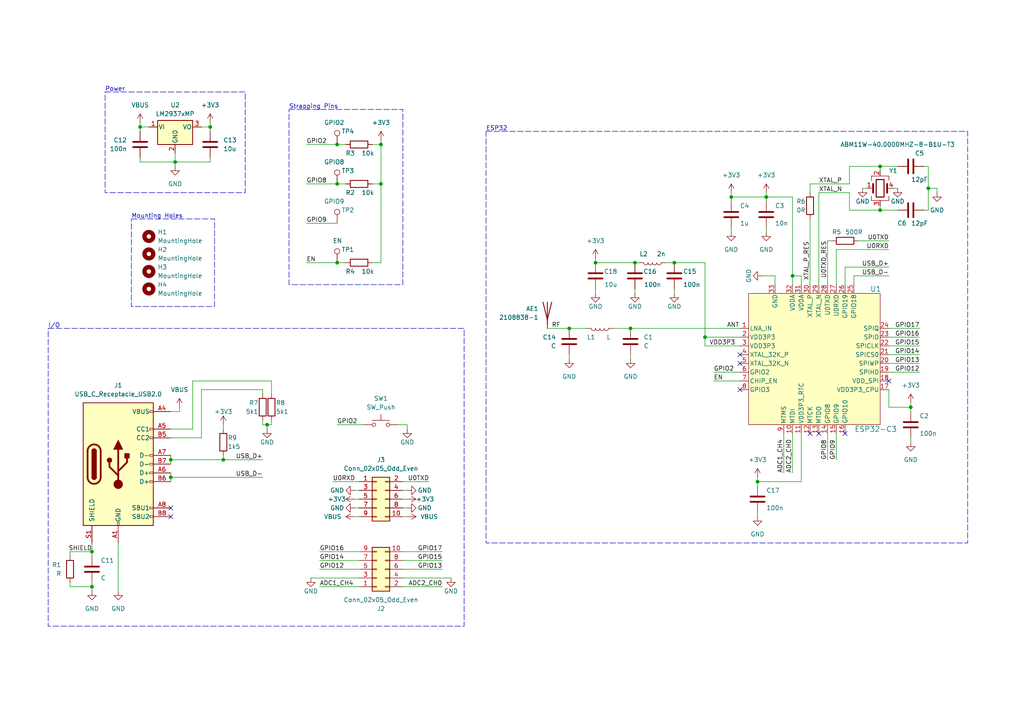
<source format=kicad_sch>
(kicad_sch (version 20230121) (generator eeschema)
  (paper "A4")
  (lib_symbols
    (symbol "Connector:TestPoint" (pin_numbers hide) (pin_names (offset 0.762) hide)
      (property "Reference" "TP" (at 0 6.858 0))
      (property "Value" "TestPoint" (at 0 5.08 0))
      (symbol "TestPoint_0_1"
        (circle (center 0 3.302) (radius 0.762))
      )
      (symbol "TestPoint_1_1"
        (pin passive line (at 0 0 90) (length 2.54) (name "1") (number "1"))
      )
    )
    (symbol "Connector:USB_C_Receptacle_USB2.0" (pin_names (offset 1.016))
      (property "Reference" "J" (at -10.16 19.05 0))
      (property "Value" "USB_C_Receptacle_USB2.0" (at 19.05 19.05 0))
      (symbol "USB_C_Receptacle_USB2.0_0_0"
        (rectangle (start -0.254 -17.78) (end 0.254 -16.764))
        (rectangle (start 10.16 -14.986) (end 9.144 -15.494))
        (rectangle (start 10.16 -12.446) (end 9.144 -12.954))
        (rectangle (start 10.16 -4.826) (end 9.144 -5.334))
        (rectangle (start 10.16 -2.286) (end 9.144 -2.794))
        (rectangle (start 10.16 0.254) (end 9.144 -0.254))
        (rectangle (start 10.16 2.794) (end 9.144 2.286))
        (rectangle (start 10.16 7.874) (end 9.144 7.366))
        (rectangle (start 10.16 10.414) (end 9.144 9.906))
        (rectangle (start 10.16 15.494) (end 9.144 14.986))
      )
      (symbol "USB_C_Receptacle_USB2.0_0_1"
        (rectangle (start -10.16 17.78) (end 10.16 -17.78) (stroke (width 0.254)) (fill (type background)))
        (arc (start -8.89 -3.81) (mid -6.985 -5.7067) (end -5.08 -3.81) (stroke (width 0.508)))
        (arc (start -7.62 -3.81) (mid -6.985 -4.4423) (end -6.35 -3.81) (stroke (width 0.254)))
        (arc (start -7.62 -3.81) (mid -6.985 -4.4423) (end -6.35 -3.81) (stroke (width 0.254)) (fill (type outline)))
        (rectangle (start -7.62 -3.81) (end -6.35 3.81) (stroke (width 0.254)) (fill (type outline)))
        (arc (start -6.35 3.81) (mid -6.985 4.4423) (end -7.62 3.81) (stroke (width 0.254)))
        (arc (start -6.35 3.81) (mid -6.985 4.4423) (end -7.62 3.81) (stroke (width 0.254)) (fill (type outline)))
        (arc (start -5.08 3.81) (mid -6.985 5.7067) (end -8.89 3.81) (stroke (width 0.508)))
        (circle (center -2.54 1.143) (radius 0.635) (stroke (width 0.254)) (fill (type outline)))
        (circle (center 0 -5.842) (radius 1.27) (fill (type outline)))
        (polyline (pts (xy -8.89 -3.81) (xy -8.89 3.81)) (stroke (width 0.508)))
        (polyline (pts (xy -5.08 3.81) (xy -5.08 -3.81)) (stroke (width 0.508)))
        (polyline (pts (xy 0 -5.842) (xy 0 4.318)) (stroke (width 0.508)))
        (polyline (pts (xy 0 -3.302) (xy -2.54 -0.762) (xy -2.54 0.508)) (stroke (width 0.508)))
        (polyline (pts (xy 0 -2.032) (xy 2.54 0.508) (xy 2.54 1.778)) (stroke (width 0.508)))
        (polyline (pts (xy -1.27 4.318) (xy 0 6.858) (xy 1.27 4.318) (xy -1.27 4.318)) (stroke (width 0.254)) (fill (type outline)))
        (rectangle (start 1.905 1.778) (end 3.175 3.048) (stroke (width 0.254)) (fill (type outline)))
      )
      (symbol "USB_C_Receptacle_USB2.0_1_1"
        (pin passive line (at 0 -22.86 90) (length 5.08) (name "GND") (number "A1"))
        (pin passive line (at 0 -22.86 90) (length 5.08) hide (name "GND") (number "A12"))
        (pin passive line (at 15.24 15.24 180) (length 5.08) (name "VBUS") (number "A4"))
        (pin bidirectional line (at 15.24 10.16 180) (length 5.08) (name "CC1") (number "A5"))
        (pin bidirectional line (at 15.24 -2.54 180) (length 5.08) (name "D+") (number "A6"))
        (pin bidirectional line (at 15.24 2.54 180) (length 5.08) (name "D-") (number "A7"))
        (pin bidirectional line (at 15.24 -12.7 180) (length 5.08) (name "SBU1") (number "A8"))
        (pin passive line (at 15.24 15.24 180) (length 5.08) hide (name "VBUS") (number "A9"))
        (pin passive line (at 0 -22.86 90) (length 5.08) hide (name "GND") (number "B1"))
        (pin passive line (at 0 -22.86 90) (length 5.08) hide (name "GND") (number "B12"))
        (pin passive line (at 15.24 15.24 180) (length 5.08) hide (name "VBUS") (number "B4"))
        (pin bidirectional line (at 15.24 7.62 180) (length 5.08) (name "CC2") (number "B5"))
        (pin bidirectional line (at 15.24 -5.08 180) (length 5.08) (name "D+") (number "B6"))
        (pin bidirectional line (at 15.24 0 180) (length 5.08) (name "D-") (number "B7"))
        (pin bidirectional line (at 15.24 -15.24 180) (length 5.08) (name "SBU2") (number "B8"))
        (pin passive line (at 15.24 15.24 180) (length 5.08) hide (name "VBUS") (number "B9"))
        (pin passive line (at -7.62 -22.86 90) (length 5.08) (name "SHIELD") (number "S1"))
      )
    )
    (symbol "Connector_Generic:Conn_02x05_Odd_Even" (pin_names (offset 1.016) hide)
      (property "Reference" "J" (at 1.27 7.62 0))
      (property "Value" "Conn_02x05_Odd_Even" (at 1.27 -7.62 0))
      (symbol "Conn_02x05_Odd_Even_1_1"
        (rectangle (start -1.27 -4.953) (end 0 -5.207) (stroke (width 0.1524)))
        (rectangle (start -1.27 -2.413) (end 0 -2.667) (stroke (width 0.1524)))
        (rectangle (start -1.27 0.127) (end 0 -0.127) (stroke (width 0.1524)))
        (rectangle (start -1.27 2.667) (end 0 2.413) (stroke (width 0.1524)))
        (rectangle (start -1.27 5.207) (end 0 4.953) (stroke (width 0.1524)))
        (rectangle (start -1.27 6.35) (end 3.81 -6.35) (stroke (width 0.254)) (fill (type background)))
        (rectangle (start 3.81 -4.953) (end 2.54 -5.207) (stroke (width 0.1524)))
        (rectangle (start 3.81 -2.413) (end 2.54 -2.667) (stroke (width 0.1524)))
        (rectangle (start 3.81 0.127) (end 2.54 -0.127) (stroke (width 0.1524)))
        (rectangle (start 3.81 2.667) (end 2.54 2.413) (stroke (width 0.1524)))
        (rectangle (start 3.81 5.207) (end 2.54 4.953) (stroke (width 0.1524)))
        (pin passive line (at -5.08 5.08 0) (length 3.81) (name "Pin_1") (number "1"))
        (pin passive line (at 7.62 -5.08 180) (length 3.81) (name "Pin_10") (number "10"))
        (pin passive line (at 7.62 5.08 180) (length 3.81) (name "Pin_2") (number "2"))
        (pin passive line (at -5.08 2.54 0) (length 3.81) (name "Pin_3") (number "3"))
        (pin passive line (at 7.62 2.54 180) (length 3.81) (name "Pin_4") (number "4"))
        (pin passive line (at -5.08 0 0) (length 3.81) (name "Pin_5") (number "5"))
        (pin passive line (at 7.62 0 180) (length 3.81) (name "Pin_6") (number "6"))
        (pin passive line (at -5.08 -2.54 0) (length 3.81) (name "Pin_7") (number "7"))
        (pin passive line (at 7.62 -2.54 180) (length 3.81) (name "Pin_8") (number "8"))
        (pin passive line (at -5.08 -5.08 0) (length 3.81) (name "Pin_9") (number "9"))
      )
    )
    (symbol "Device:Antenna" (pin_numbers hide) (pin_names (offset 1.016) hide)
      (property "Reference" "AE" (at -1.905 1.905 0))
      (property "Value" "Antenna" (at -1.905 0 0))
      (symbol "Antenna_0_1"
        (polyline (pts (xy 0 2.54) (xy 0 -3.81)) (stroke (width 0.254)))
        (polyline (pts (xy 1.27 2.54) (xy 0 -2.54) (xy -1.27 2.54)) (stroke (width 0.254)))
      )
      (symbol "Antenna_1_1"
        (pin input line (at 0 -5.08 90) (length 2.54) (name "A") (number "1"))
      )
    )
    (symbol "Device:C" (pin_numbers hide) (pin_names (offset 0.254))
      (property "Reference" "C" (at 0.635 2.54 0))
      (property "Value" "C" (at 0.635 -2.54 0))
      (symbol "C_0_1"
        (polyline (pts (xy -2.032 -0.762) (xy 2.032 -0.762)) (stroke (width 0.508)))
        (polyline (pts (xy -2.032 0.762) (xy 2.032 0.762)) (stroke (width 0.508)))
      )
      (symbol "C_1_1"
        (pin passive line (at 0 3.81 270) (length 2.794) (name "~") (number "1"))
        (pin passive line (at 0 -3.81 90) (length 2.794) (name "~") (number "2"))
      )
    )
    (symbol "Device:Crystal_GND23" (pin_names (offset 1.016) hide)
      (property "Reference" "Y" (at 3.175 5.08 0))
      (property "Value" "Crystal_GND23" (at 3.175 3.175 0))
      (symbol "Crystal_GND23_0_1"
        (rectangle (start -1.143 2.54) (end 1.143 -2.54) (stroke (width 0.3048)))
        (polyline (pts (xy -2.54 0) (xy -2.032 0)))
        (polyline (pts (xy -2.032 -1.27) (xy -2.032 1.27)) (stroke (width 0.508)))
        (polyline (pts (xy 0 -3.81) (xy 0 -3.556)))
        (polyline (pts (xy 0 3.556) (xy 0 3.81)))
        (polyline (pts (xy 2.032 -1.27) (xy 2.032 1.27)) (stroke (width 0.508)))
        (polyline (pts (xy 2.032 0) (xy 2.54 0)))
        (polyline (pts (xy -2.54 -2.286) (xy -2.54 -3.556) (xy 2.54 -3.556) (xy 2.54 -2.286)))
        (polyline (pts (xy -2.54 2.286) (xy -2.54 3.556) (xy 2.54 3.556) (xy 2.54 2.286)))
      )
      (symbol "Crystal_GND23_1_1"
        (pin passive line (at -3.81 0 0) (length 1.27) (name "1") (number "1"))
        (pin passive line (at 0 5.08 270) (length 1.27) (name "2") (number "2"))
        (pin passive line (at 0 -5.08 90) (length 1.27) (name "3") (number "3"))
        (pin passive line (at 3.81 0 180) (length 1.27) (name "4") (number "4"))
      )
    )
    (symbol "Device:L" (pin_numbers hide) (pin_names (offset 1.016) hide)
      (property "Reference" "L" (at -1.27 0 90))
      (property "Value" "L" (at 1.905 0 90))
      (symbol "L_0_1"
        (arc (start 0 -2.54) (mid 0.6323 -1.905) (end 0 -1.27))
        (arc (start 0 -1.27) (mid 0.6323 -0.635) (end 0 0))
        (arc (start 0 0) (mid 0.6323 0.635) (end 0 1.27))
        (arc (start 0 1.27) (mid 0.6323 1.905) (end 0 2.54))
      )
      (symbol "L_1_1"
        (pin passive line (at 0 3.81 270) (length 1.27) (name "1") (number "1"))
        (pin passive line (at 0 -3.81 90) (length 1.27) (name "2") (number "2"))
      )
    )
    (symbol "Device:R" (pin_numbers hide) (pin_names (offset 0))
      (property "Reference" "R" (at 2.032 0 90))
      (property "Value" "R" (at 0 0 90))
      (symbol "R_0_1"
        (rectangle (start -1.016 -2.54) (end 1.016 2.54) (stroke (width 0.254)))
      )
      (symbol "R_1_1"
        (pin passive line (at 0 3.81 270) (length 1.27) (name "~") (number "1"))
        (pin passive line (at 0 -3.81 90) (length 1.27) (name "~") (number "2"))
      )
    )
    (symbol "Mechanical:MountingHole" (pin_names (offset 1.016))
      (property "Reference" "H" (at 0 5.08 0))
      (property "Value" "MountingHole" (at 0 3.175 0))
      (symbol "MountingHole_0_1"
        (circle (center 0 0) (radius 1.27) (stroke (width 1.27)))
      )
    )
    (symbol "Regulator_Linear:LM2937xMP" (pin_names (offset 0.254))
      (property "Reference" "U" (at -3.81 3.175 0))
      (property "Value" "LM2937xMP" (at 0 3.175 0))
      (symbol "LM2937xMP_0_1"
        (rectangle (start -5.08 -5.08) (end 5.08 1.905) (stroke (width 0.254)) (fill (type background)))
      )
      (symbol "LM2937xMP_1_1"
        (pin power_in line (at -7.62 0 0) (length 2.54) (name "VI") (number "1"))
        (pin power_in line (at 0 -7.62 90) (length 2.54) (name "GND") (number "2"))
        (pin power_out line (at 7.62 0 180) (length 2.54) (name "VO") (number "3"))
      )
    )
    (symbol "Switch:SW_Push" (pin_numbers hide) (pin_names (offset 1.016) hide)
      (property "Reference" "SW" (at 1.27 2.54 0))
      (property "Value" "SW_Push" (at 0 -1.524 0))
      (symbol "SW_Push_0_1"
        (circle (center -2.032 0) (radius 0.508))
        (polyline (pts (xy 0 1.27) (xy 0 3.048)))
        (polyline (pts (xy 2.54 1.27) (xy -2.54 1.27)))
        (circle (center 2.032 0) (radius 0.508))
        (pin passive line (at -5.08 0 0) (length 2.54) (name "1") (number "1"))
        (pin passive line (at 5.08 0 180) (length 2.54) (name "2") (number "2"))
      )
    )
    (symbol "encyclopedia_galactica:ESP32-C3" (pin_names (offset 0.254))
      (property "Reference" "U" (at 0 43.18 0))
      (property "Value" "ESP32-C3" (at 0 40.64 0))
      (symbol "ESP32-C3_0_1"
        (pin bidirectional line (at -21.59 8.89 0) (length 2.54) (name "LNA_IN") (number "1"))
        (pin bidirectional line (at -6.35 -21.59 90) (length 2.54) (name "MTDI") (number "10"))
        (pin power_in line (at -3.81 -21.59 90) (length 2.54) (name "VDD3P3_RTC") (number "11"))
        (pin bidirectional line (at -1.27 -21.59 90) (length 2.54) (name "MTCK") (number "12"))
        (pin bidirectional line (at 1.27 -21.59 90) (length 2.54) (name "MTDO") (number "13"))
        (pin bidirectional line (at 3.81 -21.59 90) (length 2.54) (name "GPIO8") (number "14"))
        (pin bidirectional line (at 6.35 -21.59 90) (length 2.54) (name "GPIO9") (number "15"))
        (pin bidirectional line (at 8.89 -21.59 90) (length 2.54) (name "GPIO10") (number "16"))
        (pin power_in line (at 21.59 -8.89 180) (length 2.54) (name "VDD3P3_CPU") (number "17"))
        (pin power_in line (at 21.59 -6.35 180) (length 2.54) (name "VDD_SPI") (number "18"))
        (pin bidirectional line (at 21.59 -3.81 180) (length 2.54) (name "SPIHD") (number "19"))
        (pin power_in line (at -21.59 6.35 0) (length 2.54) (name "VDD3P3") (number "2"))
        (pin bidirectional line (at 21.59 -1.27 180) (length 2.54) (name "SPIWP") (number "20"))
        (pin bidirectional line (at 21.59 1.27 180) (length 2.54) (name "SPICS0") (number "21"))
        (pin bidirectional line (at 21.59 3.81 180) (length 2.54) (name "SPICLK") (number "22"))
        (pin bidirectional line (at 21.59 6.35 180) (length 2.54) (name "SPID") (number "23"))
        (pin bidirectional line (at 21.59 8.89 180) (length 2.54) (name "SPIQ") (number "24"))
        (pin bidirectional line (at 11.43 21.59 270) (length 2.54) (name "GPIO18") (number "25"))
        (pin bidirectional line (at 8.89 21.59 270) (length 2.54) (name "GPIO19") (number "26"))
        (pin bidirectional line (at 6.35 21.59 270) (length 2.54) (name "U0RXD") (number "27"))
        (pin bidirectional line (at 3.81 21.59 270) (length 2.54) (name "U0TXD") (number "28"))
        (pin output line (at 1.27 21.59 270) (length 2.54) (name "XTAL_N") (number "29"))
        (pin power_in line (at -21.59 3.81 0) (length 2.54) (name "VDD3P3") (number "3"))
        (pin input line (at -1.27 21.59 270) (length 2.54) (name "XTAL_P") (number "30"))
        (pin power_in line (at -3.81 21.59 270) (length 2.54) (name "VDDA") (number "31"))
        (pin power_in line (at -6.35 21.59 270) (length 2.54) (name "VDDA") (number "32"))
        (pin power_out line (at -11.43 21.59 270) (length 2.54) (name "GND") (number "33"))
        (pin bidirectional line (at -21.59 1.27 0) (length 2.54) (name "XTAL_32K_P") (number "4"))
        (pin bidirectional line (at -21.59 -1.27 0) (length 2.54) (name "XTAL_32K_N") (number "5"))
        (pin bidirectional line (at -21.59 -3.81 0) (length 2.54) (name "GPIO2") (number "6"))
        (pin input line (at -21.59 -6.35 0) (length 2.54) (name "CHIP_EN") (number "7"))
        (pin bidirectional line (at -21.59 -8.89 0) (length 2.54) (name "GPIO3") (number "8"))
        (pin bidirectional line (at -8.89 -21.59 90) (length 2.54) (name "MTMS") (number "9"))
      )
      (symbol "ESP32-C3_1_1"
        (rectangle (start -19.05 19.05) (end 19.05 -19.05) (fill (type background)))
      )
    )
    (symbol "power:+3V3" (power) (pin_names (offset 0))
      (property "Value" "+3V3" (at 0 3.556 0))
      (symbol "+3V3_0_1"
        (polyline (pts (xy -0.762 1.27) (xy 0 2.54)))
        (polyline (pts (xy 0 0) (xy 0 2.54)))
        (polyline (pts (xy 0 2.54) (xy 0.762 1.27)))
      )
      (symbol "+3V3_1_1"
        (pin power_in line (at 0 0 90) (length 0) hide (name "+3V3") (number "1"))
      )
    )
    (symbol "power:GND" (power) (pin_names (offset 0))
      (property "Value" "GND" (at 0 -3.81 0))
      (symbol "GND_0_1"
        (polyline (pts (xy 0 0) (xy 0 -1.27) (xy 1.27 -1.27) (xy 0 -2.54) (xy -1.27 -1.27) (xy 0 -1.27)))
      )
      (symbol "GND_1_1"
        (pin power_in line (at 0 0 270) (length 0) hide (name "GND") (number "1"))
      )
    )
    (symbol "power:VBUS" (power) (pin_names (offset 0))
      (property "Value" "VBUS" (at 0 3.81 0))
      (symbol "VBUS_0_1"
        (polyline (pts (xy -0.762 1.27) (xy 0 2.54)))
        (polyline (pts (xy 0 0) (xy 0 2.54)))
        (polyline (pts (xy 0 2.54) (xy 0.762 1.27)))
      )
      (symbol "VBUS_1_1"
        (pin power_in line (at 0 0 90) (length 0) hide (name "VBUS") (number "1"))
      )
    )
  )
  (junction (at 50.8 46.99))
  (junction (at 182.88 95.25))
  (junction (at 229.87 80.01))
  (junction (at 172.72 76.2))
  (junction (at 97.79 53.34))
  (junction (at 110.49 41.91))
  (junction (at 212.09 57.15))
  (junction (at 184.15 76.2))
  (junction (at 26.67 160.02))
  (junction (at 219.71 139.7))
  (junction (at 222.25 57.15))
  (junction (at 77.47 123.19))
  (junction (at 97.79 41.91))
  (junction (at 64.77 133.35))
  (junction (at 49.53 138.43))
  (junction (at 97.79 76.2))
  (junction (at 195.58 76.2))
  (junction (at 264.16 118.11))
  (junction (at 269.24 54.61))
  (junction (at 110.49 53.34))
  (junction (at 40.64 36.83))
  (junction (at 255.27 48.26))
  (junction (at 26.67 170.18))
  (junction (at 204.47 97.79))
  (junction (at 49.53 133.35))
  (junction (at 165.1 95.25))
  (junction (at 255.27 60.96))
  (junction (at 60.96 36.83))
  (no_connect (at 245.11 125.73))
  (no_connect (at 214.63 113.03))
  (no_connect (at 214.63 102.87))
  (no_connect (at 49.53 147.32))
  (no_connect (at 234.95 125.73))
  (no_connect (at 257.81 110.49))
  (no_connect (at 49.53 149.86))
  (no_connect (at 237.49 125.73))
  (no_connect (at 214.63 105.41))
  (wire (pts (xy 49.53 133.35) (xy 64.77 133.35)))
  (wire (pts (xy 49.53 137.16) (xy 49.53 138.43)))
  (wire (pts (xy 257.81 95.25) (xy 266.7 95.25)))
  (wire (pts (xy 240.03 69.85) (xy 240.03 82.55)))
  (wire (pts (xy 97.79 41.91) (xy 88.9 41.91)))
  (wire (pts (xy 207.01 107.95) (xy 214.63 107.95)))
  (wire (pts (xy 49.53 138.43) (xy 76.2 138.43)))
  (wire (pts (xy 271.78 54.61) (xy 269.24 54.61)))
  (wire (pts (xy 20.32 161.29) (xy 20.32 160.02)))
  (wire (pts (xy 124.46 139.7) (xy 116.84 139.7)))
  (wire (pts (xy 222.25 66.04) (xy 222.25 67.31)))
  (wire (pts (xy 257.81 100.33) (xy 266.7 100.33)))
  (wire (pts (xy 172.72 76.2) (xy 184.15 76.2)))
  (wire (pts (xy 115.57 123.19) (xy 118.11 123.19)))
  (wire (pts (xy 26.67 157.48) (xy 26.67 160.02)))
  (wire (pts (xy 234.95 53.34) (xy 246.38 53.34)))
  (wire (pts (xy 257.81 97.79) (xy 266.7 97.79)))
  (wire (pts (xy 100.33 41.91) (xy 97.79 41.91)))
  (wire (pts (xy 49.53 132.08) (xy 49.53 133.35)))
  (wire (pts (xy 257.81 72.39) (xy 242.57 72.39)))
  (wire (pts (xy 229.87 57.15) (xy 229.87 80.01)))
  (wire (pts (xy 255.27 48.26) (xy 255.27 49.53)))
  (wire (pts (xy 257.81 118.11) (xy 257.81 113.03)))
  (wire (pts (xy 246.38 60.96) (xy 246.38 55.88)))
  (wire (pts (xy 245.11 77.47) (xy 245.11 82.55)))
  (wire (pts (xy 116.84 162.56) (xy 128.27 162.56)))
  (wire (pts (xy 34.29 157.48) (xy 34.29 171.45)))
  (wire (pts (xy 52.07 119.38) (xy 52.07 118.11)))
  (wire (pts (xy 49.53 138.43) (xy 49.53 139.7)))
  (wire (pts (xy 49.53 124.46) (xy 55.88 124.46)))
  (wire (pts (xy 251.46 54.61) (xy 250.19 54.61)))
  (wire (pts (xy 184.15 83.82) (xy 184.15 85.09)))
  (wire (pts (xy 237.49 55.88) (xy 237.49 82.55)))
  (wire (pts (xy 96.52 139.7) (xy 104.14 139.7)))
  (wire (pts (xy 78.74 121.92) (xy 78.74 123.19)))
  (wire (pts (xy 102.87 144.78) (xy 104.14 144.78)))
  (wire (pts (xy 64.77 132.08) (xy 64.77 133.35)))
  (wire (pts (xy 182.88 95.25) (xy 214.63 95.25)))
  (wire (pts (xy 76.2 113.03) (xy 76.2 114.3)))
  (wire (pts (xy 219.71 139.7) (xy 219.71 138.43)))
  (wire (pts (xy 116.84 165.1) (xy 128.27 165.1)))
  (wire (pts (xy 26.67 170.18) (xy 26.67 168.91)))
  (wire (pts (xy 264.16 116.84) (xy 264.16 118.11)))
  (wire (pts (xy 116.84 170.18) (xy 128.27 170.18)))
  (wire (pts (xy 172.72 83.82) (xy 172.72 85.09)))
  (wire (pts (xy 247.65 80.01) (xy 257.81 80.01)))
  (wire (pts (xy 60.96 45.72) (xy 60.96 46.99)))
  (wire (pts (xy 50.8 46.99) (xy 50.8 44.45)))
  (wire (pts (xy 64.77 133.35) (xy 76.2 133.35)))
  (wire (pts (xy 97.79 53.34) (xy 88.9 53.34)))
  (wire (pts (xy 229.87 125.73) (xy 229.87 137.16)))
  (wire (pts (xy 257.81 118.11) (xy 264.16 118.11)))
  (wire (pts (xy 212.09 55.88) (xy 212.09 57.15)))
  (wire (pts (xy 97.79 64.77) (xy 88.9 64.77)))
  (wire (pts (xy 229.87 80.01) (xy 232.41 80.01)))
  (wire (pts (xy 246.38 48.26) (xy 246.38 53.34)))
  (wire (pts (xy 237.49 55.88) (xy 246.38 55.88)))
  (wire (pts (xy 195.58 83.82) (xy 195.58 85.09)))
  (wire (pts (xy 102.87 149.86) (xy 104.14 149.86)))
  (wire (pts (xy 165.1 95.25) (xy 170.18 95.25)))
  (wire (pts (xy 260.35 60.96) (xy 255.27 60.96)))
  (wire (pts (xy 118.11 123.19) (xy 118.11 124.46)))
  (wire (pts (xy 110.49 76.2) (xy 107.95 76.2)))
  (wire (pts (xy 267.97 60.96) (xy 269.24 60.96)))
  (wire (pts (xy 207.01 110.49) (xy 214.63 110.49)))
  (wire (pts (xy 92.71 160.02) (xy 104.14 160.02)))
  (wire (pts (xy 116.84 149.86) (xy 118.11 149.86)))
  (wire (pts (xy 90.17 167.64) (xy 104.14 167.64)))
  (wire (pts (xy 234.95 63.5) (xy 234.95 82.55)))
  (wire (pts (xy 264.16 127) (xy 264.16 128.27)))
  (wire (pts (xy 97.79 123.19) (xy 105.41 123.19)))
  (wire (pts (xy 204.47 76.2) (xy 195.58 76.2)))
  (wire (pts (xy 97.79 76.2) (xy 88.9 76.2)))
  (wire (pts (xy 247.65 80.01) (xy 247.65 82.55)))
  (wire (pts (xy 26.67 170.18) (xy 26.67 171.45)))
  (wire (pts (xy 269.24 48.26) (xy 267.97 48.26)))
  (wire (pts (xy 78.74 110.49) (xy 78.74 114.3)))
  (wire (pts (xy 64.77 123.19) (xy 64.77 124.46)))
  (wire (pts (xy 234.95 53.34) (xy 234.95 55.88)))
  (wire (pts (xy 102.87 147.32) (xy 104.14 147.32)))
  (wire (pts (xy 49.53 133.35) (xy 49.53 134.62)))
  (wire (pts (xy 77.47 123.19) (xy 77.47 124.46)))
  (wire (pts (xy 255.27 60.96) (xy 255.27 59.69)))
  (wire (pts (xy 227.33 125.73) (xy 227.33 137.16)))
  (wire (pts (xy 110.49 53.34) (xy 107.95 53.34)))
  (wire (pts (xy 212.09 57.15) (xy 222.25 57.15)))
  (wire (pts (xy 130.81 167.64) (xy 116.84 167.64)))
  (wire (pts (xy 193.04 76.2) (xy 195.58 76.2)))
  (wire (pts (xy 60.96 36.83) (xy 60.96 38.1)))
  (wire (pts (xy 242.57 125.73) (xy 242.57 133.35)))
  (wire (pts (xy 55.88 124.46) (xy 55.88 110.49)))
  (wire (pts (xy 219.71 139.7) (xy 232.41 139.7)))
  (wire (pts (xy 116.84 142.24) (xy 118.11 142.24)))
  (wire (pts (xy 40.64 46.99) (xy 50.8 46.99)))
  (wire (pts (xy 257.81 105.41) (xy 266.7 105.41)))
  (wire (pts (xy 219.71 148.59) (xy 219.71 149.86)))
  (wire (pts (xy 55.88 110.49) (xy 78.74 110.49)))
  (wire (pts (xy 177.8 95.25) (xy 182.88 95.25)))
  (wire (pts (xy 60.96 35.56) (xy 60.96 36.83)))
  (wire (pts (xy 182.88 102.87) (xy 182.88 104.14)))
  (wire (pts (xy 116.84 144.78) (xy 118.11 144.78)))
  (wire (pts (xy 97.79 53.34) (xy 100.33 53.34)))
  (wire (pts (xy 20.32 170.18) (xy 26.67 170.18)))
  (wire (pts (xy 248.92 69.85) (xy 257.81 69.85)))
  (wire (pts (xy 264.16 118.11) (xy 264.16 119.38)))
  (wire (pts (xy 240.03 125.73) (xy 240.03 133.35)))
  (wire (pts (xy 92.71 162.56) (xy 104.14 162.56)))
  (wire (pts (xy 58.42 36.83) (xy 60.96 36.83)))
  (wire (pts (xy 20.32 168.91) (xy 20.32 170.18)))
  (wire (pts (xy 116.84 160.02) (xy 128.27 160.02)))
  (wire (pts (xy 222.25 57.15) (xy 229.87 57.15)))
  (wire (pts (xy 102.87 142.24) (xy 104.14 142.24)))
  (wire (pts (xy 269.24 60.96) (xy 269.24 54.61)))
  (wire (pts (xy 20.32 160.02) (xy 26.67 160.02)))
  (wire (pts (xy 204.47 100.33) (xy 204.47 97.79)))
  (wire (pts (xy 110.49 41.91) (xy 110.49 53.34)))
  (wire (pts (xy 49.53 127) (xy 58.42 127)))
  (wire (pts (xy 184.15 76.2) (xy 185.42 76.2)))
  (wire (pts (xy 76.2 121.92) (xy 76.2 123.19)))
  (wire (pts (xy 40.64 35.56) (xy 40.64 36.83)))
  (wire (pts (xy 257.81 77.47) (xy 245.11 77.47)))
  (wire (pts (xy 165.1 102.87) (xy 165.1 104.14)))
  (wire (pts (xy 257.81 102.87) (xy 266.7 102.87)))
  (wire (pts (xy 269.24 54.61) (xy 269.24 48.26)))
  (wire (pts (xy 26.67 160.02) (xy 26.67 161.29)))
  (wire (pts (xy 49.53 119.38) (xy 52.07 119.38)))
  (wire (pts (xy 222.25 55.88) (xy 222.25 57.15)))
  (wire (pts (xy 110.49 40.64) (xy 110.49 41.91)))
  (wire (pts (xy 232.41 80.01) (xy 232.41 82.55)))
  (wire (pts (xy 50.8 46.99) (xy 50.8 48.26)))
  (wire (pts (xy 246.38 60.96) (xy 255.27 60.96)))
  (wire (pts (xy 212.09 66.04) (xy 212.09 67.31)))
  (wire (pts (xy 110.49 41.91) (xy 107.95 41.91)))
  (wire (pts (xy 229.87 80.01) (xy 229.87 82.55)))
  (wire (pts (xy 219.71 140.97) (xy 219.71 139.7)))
  (wire (pts (xy 77.47 123.19) (xy 78.74 123.19)))
  (wire (pts (xy 222.25 57.15) (xy 222.25 58.42)))
  (wire (pts (xy 255.27 48.26) (xy 246.38 48.26)))
  (wire (pts (xy 271.78 55.88) (xy 271.78 54.61)))
  (wire (pts (xy 92.71 165.1) (xy 104.14 165.1)))
  (wire (pts (xy 260.35 48.26) (xy 255.27 48.26)))
  (wire (pts (xy 257.81 107.95) (xy 266.7 107.95)))
  (wire (pts (xy 100.33 76.2) (xy 97.79 76.2)))
  (wire (pts (xy 110.49 53.34) (xy 110.49 76.2)))
  (wire (pts (xy 76.2 123.19) (xy 77.47 123.19)))
  (wire (pts (xy 204.47 97.79) (xy 204.47 76.2)))
  (wire (pts (xy 116.84 147.32) (xy 118.11 147.32)))
  (wire (pts (xy 158.75 95.25) (xy 165.1 95.25)))
  (wire (pts (xy 50.8 46.99) (xy 60.96 46.99)))
  (wire (pts (xy 40.64 36.83) (xy 40.64 38.1)))
  (wire (pts (xy 58.42 127) (xy 58.42 113.03)))
  (wire (pts (xy 242.57 72.39) (xy 242.57 82.55)))
  (wire (pts (xy 92.71 170.18) (xy 104.14 170.18)))
  (wire (pts (xy 260.35 54.61) (xy 259.08 54.61)))
  (wire (pts (xy 40.64 45.72) (xy 40.64 46.99)))
  (wire (pts (xy 58.42 113.03) (xy 76.2 113.03)))
  (wire (pts (xy 204.47 97.79) (xy 214.63 97.79)))
  (wire (pts (xy 240.03 69.85) (xy 241.3 69.85)))
  (wire (pts (xy 214.63 100.33) (xy 204.47 100.33)))
  (wire (pts (xy 224.79 80.01) (xy 224.79 82.55)))
  (wire (pts (xy 172.72 74.93) (xy 172.72 76.2)))
  (wire (pts (xy 212.09 57.15) (xy 212.09 58.42)))
  (wire (pts (xy 232.41 125.73) (xy 232.41 139.7)))
  (wire (pts (xy 220.98 80.01) (xy 224.79 80.01)))
  (wire (pts (xy 40.64 36.83) (xy 43.18 36.83)))
  (rectangle (start 30.48 26.67) (end 71.12 55.88) (stroke (width 0) (type dash)))
  (rectangle (start 38.1 63.5) (end 62.23 88.9) (stroke (width 0) (type dash)))
  (rectangle (start 83.82 31.75) (end 116.84 82.55) (stroke (width 0) (type dash)))
  (rectangle (start 13.97 95.25) (end 134.62 181.61) (stroke (width 0) (type dash)))
  (rectangle (start 140.97 38.1) (end 280.67 157.48) (stroke (width 0) (type dash)))
  (text "ESP32" (at 140.97 38.1 0) (effects (font (size 1.27 1.27)) (justify left bottom)))
  (text "I/O" (at 13.97 95.25 0) (effects (font (size 1.27 1.27)) (justify left bottom)))
  (text "Mounting Holes" (at 38.1 63.5 0) (effects (font (size 1.27 1.27)) (justify left bottom)))
  (text "Power" (at 30.48 26.67 0) (effects (font (size 1.27 1.27)) (justify left bottom)))
  (text "Strapping Pins" (at 83.82 31.75 0) (effects (font (size 1.27 1.27)) (justify left bottom)))
  (label "ADC1_CH4" (at 227.33 137.16 90))
  (label "U0RXD" (at 96.52 139.7 0))
  (label "GPIO2" (at 97.79 123.19 0))
  (label "USB_D-" (at 76.2 138.43 180))
  (label "GPIO12" (at 92.71 165.1 0))
  (label "EN" (at 207.01 110.49 0))
  (label "GPIO16" (at 92.71 160.02 0))
  (label "GPIO13" (at 128.27 165.1 180))
  (label "USB_D+" (at 76.2 133.35 180))
  (label "SHIELD" (at 26.67 160.02 180))
  (label "ADC1_CH4" (at 92.71 170.18 0))
  (label "USB_D+" (at 257.81 77.47 180))
  (label "GPIO2" (at 88.9 41.91 0))
  (label "GPIO14" (at 266.7 102.87 180))
  (label "GPIO9" (at 242.57 133.35 90))
  (label "GPIO17" (at 266.7 95.25 180))
  (label "GPIO14" (at 92.71 162.56 0))
  (label "U0TXD" (at 124.46 139.7 180))
  (label "ADC2_CH0" (at 229.87 137.16 90))
  (label "U0RXD" (at 257.81 72.39 180))
  (label "VDD3P3" (at 205.74 100.33 0))
  (label "ANT" (at 210.82 95.25 0))
  (label "USB_D-" (at 257.81 80.01 180))
  (label "GPIO12" (at 266.7 107.95 180))
  (label "XTAL_P" (at 237.49 53.34 0))
  (label "U0TXD" (at 257.81 69.85 180))
  (label "GPIO9" (at 88.9 64.77 0))
  (label "XTAL_P_RES" (at 234.95 81.28 90))
  (label "GPIO15" (at 128.27 162.56 180))
  (label "XTAL_N" (at 237.49 55.88 0))
  (label "GPIO16" (at 266.7 97.79 180))
  (label "RF" (at 160.02 95.25 0))
  (label "U0TXD_RES" (at 240.03 69.85 270))
  (label "EN" (at 88.9 76.2 0))
  (label "GPIO8" (at 88.9 53.34 0))
  (label "GPIO13" (at 266.7 105.41 180))
  (label "GPIO17" (at 128.27 160.02 180))
  (label "GPIO2" (at 207.01 107.95 0))
  (label "ADC2_CH0" (at 128.27 170.18 180))
  (label "GPIO15" (at 266.7 100.33 180))
  (label "GPIO8" (at 240.03 133.35 90))
  (symbol (lib_id "power:GND") (at 250.19 54.61 0) (mirror y) (unit 1)
    (property "Reference" "#PWR03" (effects hide))
    (property "Value" "GND" (at 250.19 58.42 0))
  )
  (symbol (lib_id "Connector:USB_C_Receptacle_USB2.0") (at 34.29 134.62 0) (unit 1)
    (property "Reference" "J1" (at 34.29 111.76 0))
    (property "Value" "USB_C_Receptacle_USB2.0" (at 34.29 114.3 0))
    (property "Footprint" "Connector_USB:USB_C_Receptacle_GCT_USB4105-xx-A_16P_TopMnt_Horizontal" (effects hide))
    (property "Datasheet" "https://www.usb.org/sites/default/files/documents/usb_type-c.zip" (effects hide))
  )
  (symbol (lib_id "Device:R") (at 234.95 59.69 0) (mirror y) (unit 1)
    (property "Reference" "R6" (at 233.68 58.42 0) (effects (justify left)))
    (property "Value" "0R" (at 233.68 60.96 0) (effects (justify left)))
    (property "Footprint" "Resistor_SMD:R_0402_1005Metric" (effects hide))
  )
  (symbol (lib_id "power:+3V3") (at 64.77 123.19 0) (unit 1)
    (property "Reference" "#PWR038" (effects hide))
    (property "Value" "+3V3" (at 64.77 119.38 0))
  )
  (symbol (lib_id "Device:R") (at 104.14 76.2 270) (mirror x) (unit 1)
    (property "Reference" "R4" (at 101.6 78.74 90))
    (property "Value" "10k" (at 106.68 78.74 90))
    (property "Footprint" "Resistor_SMD:R_0402_1005Metric" (effects hide))
  )
  (symbol (lib_id "power:GND") (at 212.09 67.31 0) (unit 1)
    (property "Reference" "#PWR023" (effects hide))
    (property "Value" "GND" (at 212.09 72.39 0))
  )
  (symbol (lib_id "power:VBUS") (at 102.87 149.86 90) (unit 1)
    (property "Reference" "#PWR032" (effects hide))
    (property "Value" "VBUS" (at 99.06 149.86 90) (effects (justify left)))
  )
  (symbol (lib_id "Device:R") (at 20.32 165.1 0) (unit 1)
    (property "Reference" "R1" (at 17.78 163.83 0) (effects (justify right)))
    (property "Value" "R" (at 17.78 166.37 0) (effects (justify right)))
    (property "Footprint" "Resistor_SMD:R_0402_1005Metric" (effects hide))
  )
  (symbol (lib_id "power:GND") (at 102.87 147.32 270) (unit 1)
    (property "Reference" "#PWR030" (effects hide))
    (property "Value" "GND" (at 97.79 147.32 90))
  )
  (symbol (lib_id "Mechanical:MountingHole") (at 43.18 78.74 0) (unit 1)
    (property "Reference" "H3" (at 45.72 77.47 0) (effects (justify left)))
    (property "Value" "MountingHole" (at 45.72 80.01 0) (effects (justify left)))
    (property "Footprint" "MountingHole:MountingHole_2.2mm_M2" (effects hide))
  )
  (symbol (lib_id "power:GND") (at 184.15 85.09 0) (mirror y) (unit 1)
    (property "Reference" "#PWR018" (effects hide))
    (property "Value" "GND" (at 184.15 88.9 0))
  )
  (symbol (lib_id "Mechanical:MountingHole") (at 43.18 68.58 0) (unit 1)
    (property "Reference" "H1" (at 45.72 67.31 0) (effects (justify left)))
    (property "Value" "MountingHole" (at 45.72 69.85 0) (effects (justify left)))
    (property "Footprint" "MountingHole:MountingHole_2.2mm_M2" (effects hide))
  )
  (symbol (lib_id "Device:C") (at 172.72 80.01 0) (unit 1)
    (property "Reference" "C18" (at 179.07 78.74 0) (effects (justify right)))
    (property "Value" "10u" (at 179.07 82.55 0) (effects (justify right)))
    (property "Footprint" "Capacitor_SMD:C_0603_1608Metric" (effects hide))
  )
  (symbol (lib_id "Device:R") (at 76.2 118.11 0) (unit 1)
    (property "Reference" "R7" (at 74.93 116.84 0) (effects (justify right)))
    (property "Value" "5k1" (at 74.93 119.38 0) (effects (justify right)))
    (property "Footprint" "Resistor_SMD:R_0402_1005Metric" (effects hide))
  )
  (symbol (lib_id "power:+3V3") (at 222.25 55.88 0) (mirror y) (unit 1)
    (property "Reference" "#PWR04" (effects hide))
    (property "Value" "+3V3" (at 222.25 50.8 0))
  )
  (symbol (lib_id "power:GND") (at 50.8 48.26 0) (unit 1)
    (property "Reference" "#PWR016" (effects hide))
    (property "Value" "GND" (at 50.8 53.34 0))
  )
  (symbol (lib_id "power:+3V3") (at 212.09 55.88 0) (mirror y) (unit 1)
    (property "Reference" "#PWR022" (effects hide))
    (property "Value" "+3V3" (at 212.09 50.8 0))
  )
  (symbol (lib_id "Connector_Generic:Conn_02x05_Odd_Even") (at 109.22 144.78 0) (unit 1)
    (property "Reference" "J3" (at 110.49 133.35 0))
    (property "Value" "Conn_02x05_Odd_Even" (at 110.49 135.89 0))
    (property "Footprint" "Connector_PinHeader_2.54mm:PinHeader_2x05_P2.54mm_Vertical" (effects hide))
  )
  (symbol (lib_id "Device:C") (at 165.1 99.06 0) (unit 1)
    (property "Reference" "C14" (at 161.29 97.79 0) (effects (justify right)))
    (property "Value" "C" (at 161.29 100.33 0) (effects (justify right)))
    (property "Footprint" "Capacitor_SMD:C_0402_1005Metric" (effects hide))
  )
  (symbol (lib_id "power:GND") (at 271.78 55.88 0) (mirror y) (unit 1)
    (property "Reference" "#PWR025" (effects hide))
    (property "Value" "GND" (at 271.78 60.96 0))
  )
  (symbol (lib_id "power:VBUS") (at 40.64 35.56 0) (unit 1)
    (property "Reference" "#PWR014" (effects hide))
    (property "Value" "VBUS" (at 40.64 30.48 0))
  )
  (symbol (lib_id "Connector:TestPoint") (at 97.79 76.2 0) (unit 1)
    (property "Reference" "TP1" (at 99.06 72.39 0) (effects (justify left)))
    (property "Value" "EN" (at 96.52 69.85 0) (effects (justify left)))
    (property "Footprint" "TestPoint:TestPoint_Pad_D1.5mm" (effects hide))
  )
  (symbol (lib_id "Connector_Generic:Conn_02x05_Odd_Even") (at 109.22 165.1 0) (mirror x) (unit 1)
    (property "Reference" "J2" (at 110.49 176.53 0))
    (property "Value" "Conn_02x05_Odd_Even" (at 110.49 173.99 0))
    (property "Footprint" "Connector_PinHeader_2.54mm:PinHeader_2x05_P2.54mm_Vertical" (effects hide))
  )
  (symbol (lib_id "power:GND") (at 222.25 67.31 0) (unit 1)
    (property "Reference" "#PWR021" (effects hide))
    (property "Value" "GND" (at 222.25 72.39 0))
  )
  (symbol (lib_id "power:GND") (at 165.1 104.14 0) (mirror y) (unit 1)
    (property "Reference" "#PWR017" (effects hide))
    (property "Value" "GND" (at 165.1 109.22 0))
  )
  (symbol (lib_id "Device:C") (at 222.25 62.23 0) (mirror y) (unit 1)
    (property "Reference" "C3" (at 224.79 59.69 0) (effects (justify right)))
    (property "Value" "10n" (at 224.79 64.77 0) (effects (justify right)))
    (property "Footprint" "Capacitor_SMD:C_0402_1005Metric" (effects hide))
  )
  (symbol (lib_id "Device:C") (at 26.67 165.1 0) (unit 1)
    (property "Reference" "C11" (at 29.21 162.56 0) (effects (justify left)))
    (property "Value" "C" (at 29.21 167.64 0) (effects (justify left)))
    (property "Footprint" "Capacitor_SMD:C_0402_1005Metric" (effects hide))
  )
  (symbol (lib_id "power:+3V3") (at 60.96 35.56 0) (unit 1)
    (property "Reference" "#PWR015" (effects hide))
    (property "Value" "+3V3" (at 60.96 30.48 0))
  )
  (symbol (lib_id "power:GND") (at 195.58 85.09 0) (unit 1)
    (property "Reference" "#PWR019" (effects hide))
    (property "Value" "GND" (at 195.58 88.9 0))
  )
  (symbol (lib_id "Regulator_Linear:LM2937xMP") (at 50.8 36.83 0) (unit 1)
    (property "Reference" "U2" (at 50.8 30.48 0))
    (property "Value" "LM2937xMP" (at 50.8 33.02 0))
    (property "Footprint" "Package_TO_SOT_SMD:SOT-223-3_TabPin2" (effects hide))
    (property "Datasheet" "http://www.ti.com/lit/ds/symlink/lm2937.pdf" (effects hide))
  )
  (symbol (lib_id "Device:R") (at 64.77 128.27 0) (mirror y) (unit 1)
    (property "Reference" "R9" (at 66.04 127 0) (effects (justify right)))
    (property "Value" "1k5" (at 66.04 129.54 0) (effects (justify right)))
    (property "Footprint" "Resistor_SMD:R_0402_1005Metric" (effects hide))
  )
  (symbol (lib_id "power:+3V3") (at 219.71 138.43 0) (mirror y) (unit 1)
    (property "Reference" "#PWR06" (effects hide))
    (property "Value" "+3V3" (at 219.71 133.35 0))
  )
  (symbol (lib_id "encyclopedia_galactica:ESP32-C3") (at 236.22 104.14 0) (unit 1)
    (property "Reference" "U1" (at 254 83.82 0) (effects (font (size 1.524 1.524))))
    (property "Value" "ESP32-C3" (at 254 124.46 0) (effects (font (size 1.524 1.524))))
    (property "Footprint" "encyclopedia_galactica:QFN32_5X5_EXP" (effects hide))
    (property "Datasheet" "https://www.espressif.com/sites/default/files/documentation/esp32-c3_datasheet_en.pdf" (effects hide))
    (property "HW_Guidelines" "https://www.espressif.com/sites/default/files/documentation/esp32-c3_hardware_design_guidelines_en.pdf" (effects hide))
  )
  (symbol (lib_id "Device:Crystal_GND23") (at 255.27 54.61 0) (unit 1)
    (property "Reference" "Y1" (at 259.08 49.53 0))
    (property "Value" "ABM11W-40.0000MHZ-8-B1U-T3" (at 260.35 41.91 0))
    (property "Footprint" "encyclopedia_galactica:ABM11W-30.0000MHZ-7-D1X-T3" (effects hide))
  )
  (symbol (lib_id "power:GND") (at 118.11 124.46 0) (unit 1)
    (property "Reference" "#PWR036" (effects hide))
    (property "Value" "GND" (at 118.11 128.27 0))
  )
  (symbol (lib_id "Device:C") (at 264.16 60.96 90) (mirror x) (unit 1)
    (property "Reference" "C6" (at 261.62 64.77 90))
    (property "Value" "12pF" (at 266.7 64.77 90))
    (property "Footprint" "Capacitor_SMD:C_0402_1005Metric" (effects hide))
  )
  (symbol (lib_id "Device:C") (at 60.96 41.91 0) (mirror y) (unit 1)
    (property "Reference" "C13" (at 64.77 40.64 0) (effects (justify right)))
    (property "Value" "10u" (at 64.77 43.18 0) (effects (justify right)))
    (property "Footprint" "Capacitor_SMD:C_0603_1608Metric" (effects hide))
  )
  (symbol (lib_id "Switch:SW_Push") (at 110.49 123.19 0) (mirror y) (unit 1)
    (property "Reference" "SW1" (at 110.49 115.57 0))
    (property "Value" "SW_Push" (at 110.49 118.11 0))
    (property "Footprint" "Button_Switch_SMD:SW_SPST_B3U-1000P" (effects hide))
  )
  (symbol (lib_id "power:GND") (at 102.87 142.24 270) (unit 1)
    (property "Reference" "#PWR026" (effects hide))
    (property "Value" "GND" (at 97.79 142.24 90))
  )
  (symbol (lib_id "power:GND") (at 118.11 142.24 90) (unit 1)
    (property "Reference" "#PWR027" (effects hide))
    (property "Value" "GND" (at 123.19 142.24 90))
  )
  (symbol (lib_id "Device:Antenna") (at 158.75 90.17 0) (mirror y) (unit 1)
    (property "Reference" "AE1" (at 156.21 89.535 0) (effects (justify left)))
    (property "Value" "2108838-1" (at 156.21 92.075 0) (effects (justify left)))
    (property "Footprint" "encyclopedia_galactica:2108838-1" (effects hide))
  )
  (symbol (lib_id "Mechanical:MountingHole") (at 43.18 73.66 0) (unit 1)
    (property "Reference" "H2" (at 45.72 72.39 0) (effects (justify left)))
    (property "Value" "MountingHole" (at 45.72 74.93 0) (effects (justify left)))
    (property "Footprint" "MountingHole:MountingHole_2.2mm_M2" (effects hide))
  )
  (symbol (lib_id "power:GND") (at 219.71 149.86 0) (unit 1)
    (property "Reference" "#PWR07" (effects hide))
    (property "Value" "GND" (at 219.71 154.94 0))
  )
  (symbol (lib_id "Connector:TestPoint") (at 97.79 64.77 0) (unit 1)
    (property "Reference" "TP2" (at 99.06 60.96 0) (effects (justify left)))
    (property "Value" "GPIO9" (at 93.98 58.42 0) (effects (justify left)))
    (property "Footprint" "TestPoint:TestPoint_Pad_D1.5mm" (effects hide))
  )
  (symbol (lib_id "power:GND") (at 90.17 167.64 0) (unit 1)
    (property "Reference" "#PWR034" (effects hide))
    (property "Value" "GND" (at 90.17 171.45 0))
  )
  (symbol (lib_id "Device:L") (at 189.23 76.2 90) (mirror x) (unit 1)
    (property "Reference" "L2" (at 186.69 73.66 90))
    (property "Value" "2n" (at 191.77 73.66 90))
    (property "Footprint" "Inductor_SMD:L_0402_1005Metric" (effects hide))
  )
  (symbol (lib_id "Device:C") (at 212.09 62.23 0) (mirror y) (unit 1)
    (property "Reference" "C4" (at 214.63 59.69 0) (effects (justify right)))
    (property "Value" "1u" (at 214.63 64.77 0) (effects (justify right)))
    (property "Footprint" "Capacitor_SMD:C_0402_1005Metric" (effects hide))
  )
  (symbol (lib_id "Connector:TestPoint") (at 97.79 53.34 0) (unit 1)
    (property "Reference" "TP3" (at 99.06 49.53 0) (effects (justify left)))
    (property "Value" "GPIO8" (at 93.98 46.99 0) (effects (justify left)))
    (property "Footprint" "TestPoint:TestPoint_Pad_D1.5mm" (effects hide))
  )
  (symbol (lib_id "power:+3V3") (at 118.11 144.78 270) (unit 1)
    (property "Reference" "#PWR028" (effects hide))
    (property "Value" "+3V3" (at 120.65 144.78 90) (effects (justify left)))
  )
  (symbol (lib_id "Device:C") (at 182.88 99.06 0) (mirror y) (unit 1)
    (property "Reference" "C1" (at 186.69 97.79 0) (effects (justify right)))
    (property "Value" "C" (at 186.69 100.33 0) (effects (justify right)))
    (property "Footprint" "Capacitor_SMD:C_0402_1005Metric" (effects hide))
  )
  (symbol (lib_id "power:VBUS") (at 118.11 149.86 270) (unit 1)
    (property "Reference" "#PWR033" (effects hide))
    (property "Value" "VBUS" (at 121.92 149.86 90) (effects (justify left)))
  )
  (symbol (lib_id "Device:C") (at 184.15 80.01 0) (unit 1)
    (property "Reference" "C16" (at 190.5 78.74 0) (effects (justify right)))
    (property "Value" "100n" (at 191.77 82.55 0) (effects (justify right)))
    (property "Footprint" "Capacitor_SMD:C_0402_1005Metric" (effects hide))
  )
  (symbol (lib_id "power:GND") (at 264.16 128.27 0) (unit 1)
    (property "Reference" "#PWR09" (effects hide))
    (property "Value" "GND" (at 264.16 133.35 0))
  )
  (symbol (lib_id "Device:R") (at 78.74 118.11 0) (mirror y) (unit 1)
    (property "Reference" "R8" (at 80.01 116.84 0) (effects (justify right)))
    (property "Value" "5k1" (at 80.01 119.38 0) (effects (justify right)))
    (property "Footprint" "Resistor_SMD:R_0402_1005Metric" (effects hide))
  )
  (symbol (lib_id "power:+3V3") (at 110.49 40.64 0) (mirror y) (unit 1)
    (property "Reference" "#PWR010" (effects hide))
    (property "Value" "+3V3" (at 110.49 35.56 0))
  )
  (symbol (lib_id "power:GND") (at 118.11 147.32 90) (mirror x) (unit 1)
    (property "Reference" "#PWR031" (effects hide))
    (property "Value" "GND" (at 123.19 147.32 90))
  )
  (symbol (lib_id "Device:C") (at 195.58 80.01 0) (mirror y) (unit 1)
    (property "Reference" "C15" (at 198.12 78.74 0) (effects (justify right)))
    (property "Value" "100n" (at 198.12 82.55 0) (effects (justify right)))
    (property "Footprint" "Capacitor_SMD:C_0402_1005Metric" (effects hide))
  )
  (symbol (lib_id "Device:R") (at 245.11 69.85 270) (mirror x) (unit 1)
    (property "Reference" "R5" (at 241.3 67.31 90) (effects (justify left)))
    (property "Value" "500R" (at 245.11 67.31 90) (effects (justify left)))
    (property "Footprint" "Resistor_SMD:R_0402_1005Metric" (effects hide))
  )
  (symbol (lib_id "power:GND") (at 220.98 80.01 270) (unit 1)
    (property "Reference" "#PWR02" (effects hide))
    (property "Value" "GND" (at 217.17 80.01 0))
  )
  (symbol (lib_id "Connector:TestPoint") (at 97.79 41.91 0) (unit 1)
    (property "Reference" "TP4" (at 99.06 38.1 0) (effects (justify left)))
    (property "Value" "GPIO2" (at 93.98 35.56 0) (effects (justify left)))
    (property "Footprint" "TestPoint:TestPoint_Pad_D1.5mm" (effects hide))
  )
  (symbol (lib_id "power:GND") (at 172.72 85.09 0) (mirror y) (unit 1)
    (property "Reference" "#PWR020" (effects hide))
    (property "Value" "GND" (at 172.72 88.9 0))
  )
  (symbol (lib_id "power:GND") (at 130.81 167.64 0) (mirror y) (unit 1)
    (property "Reference" "#PWR035" (effects hide))
    (property "Value" "GND" (at 130.81 171.45 0))
  )
  (symbol (lib_id "power:GND") (at 182.88 104.14 0) (unit 1)
    (property "Reference" "#PWR01" (effects hide))
    (property "Value" "GND" (at 182.88 109.22 0))
  )
  (symbol (lib_id "Device:L") (at 173.99 95.25 90) (mirror x) (unit 1)
    (property "Reference" "L1" (at 171.45 97.79 90))
    (property "Value" "L" (at 176.53 97.79 90))
    (property "Footprint" "Inductor_SMD:L_0402_1005Metric" (effects hide))
  )
  (symbol (lib_id "Device:R") (at 104.14 53.34 270) (mirror x) (unit 1)
    (property "Reference" "R2" (at 101.6 55.88 90))
    (property "Value" "10k" (at 106.68 55.88 90))
    (property "Footprint" "Resistor_SMD:R_0402_1005Metric" (effects hide))
  )
  (symbol (lib_id "power:+3V3") (at 102.87 144.78 90) (mirror x) (unit 1)
    (property "Reference" "#PWR029" (effects hide))
    (property "Value" "+3V3" (at 100.33 144.78 90) (effects (justify left)))
  )
  (symbol (lib_id "power:GND") (at 26.67 171.45 0) (unit 1)
    (property "Reference" "#PWR013" (effects hide))
    (property "Value" "GND" (at 26.67 176.53 0))
  )
  (symbol (lib_id "power:+3V3") (at 172.72 74.93 0) (unit 1)
    (property "Reference" "#PWR05" (effects hide))
    (property "Value" "+3V3" (at 172.72 69.85 0))
  )
  (symbol (lib_id "Device:R") (at 104.14 41.91 270) (mirror x) (unit 1)
    (property "Reference" "R3" (at 101.6 44.45 90))
    (property "Value" "10k" (at 106.68 44.45 90))
    (property "Footprint" "Resistor_SMD:R_0402_1005Metric" (effects hide))
  )
  (symbol (lib_id "Device:C") (at 40.64 41.91 0) (unit 1)
    (property "Reference" "C12" (at 36.83 40.64 0) (effects (justify right)))
    (property "Value" "100n" (at 36.83 43.18 0) (effects (justify right)))
    (property "Footprint" "Capacitor_SMD:C_0402_1005Metric" (effects hide))
  )
  (symbol (lib_id "power:VBUS") (at 52.07 118.11 0) (unit 1)
    (property "Reference" "#PWR011" (effects hide))
    (property "Value" "VBUS" (at 52.07 113.03 0))
  )
  (symbol (lib_id "Mechanical:MountingHole") (at 43.18 83.82 0) (unit 1)
    (property "Reference" "H4" (at 45.72 82.55 0) (effects (justify left)))
    (property "Value" "MountingHole" (at 45.72 85.09 0) (effects (justify left)))
    (property "Footprint" "MountingHole:MountingHole_2.2mm_M2" (effects hide))
  )
  (symbol (lib_id "Device:C") (at 264.16 123.19 0) (mirror y) (unit 1)
    (property "Reference" "C2" (at 266.7 120.65 0) (effects (justify right)))
    (property "Value" "100n" (at 266.7 125.73 0) (effects (justify right)))
    (property "Footprint" "Capacitor_SMD:C_0402_1005Metric" (effects hide))
  )
  (symbol (lib_id "Device:C") (at 264.16 48.26 90) (unit 1)
    (property "Reference" "C5" (at 266.7 44.45 90))
    (property "Value" "12pF" (at 266.7 52.07 90))
    (property "Footprint" "Capacitor_SMD:C_0402_1005Metric" (effects hide))
  )
  (symbol (lib_id "Device:C") (at 219.71 144.78 0) (mirror y) (unit 1)
    (property "Reference" "C17" (at 222.25 142.24 0) (effects (justify right)))
    (property "Value" "100n" (at 222.25 147.32 0) (effects (justify right)))
    (property "Footprint" "Capacitor_SMD:C_0402_1005Metric" (effects hide))
  )
  (symbol (lib_id "power:GND") (at 260.35 54.61 0) (mirror y) (unit 1)
    (property "Reference" "#PWR024" (effects hide))
    (property "Value" "GND" (at 260.35 58.42 0))
  )
  (symbol (lib_id "power:GND") (at 34.29 171.45 0) (unit 1)
    (property "Reference" "#PWR012" (effects hide))
    (property "Value" "GND" (at 34.29 176.53 0))
  )
  (symbol (lib_id "power:+3V3") (at 264.16 116.84 0) (mirror y) (unit 1)
    (property "Reference" "#PWR08" (effects hide))
    (property "Value" "+3V3" (at 264.16 111.76 0))
  )
  (symbol (lib_id "power:GND") (at 77.47 124.46 0) (unit 1)
    (property "Reference" "#PWR037" (effects hide))
    (property "Value" "GND" (at 77.47 128.27 0))
  )
)
</source>
